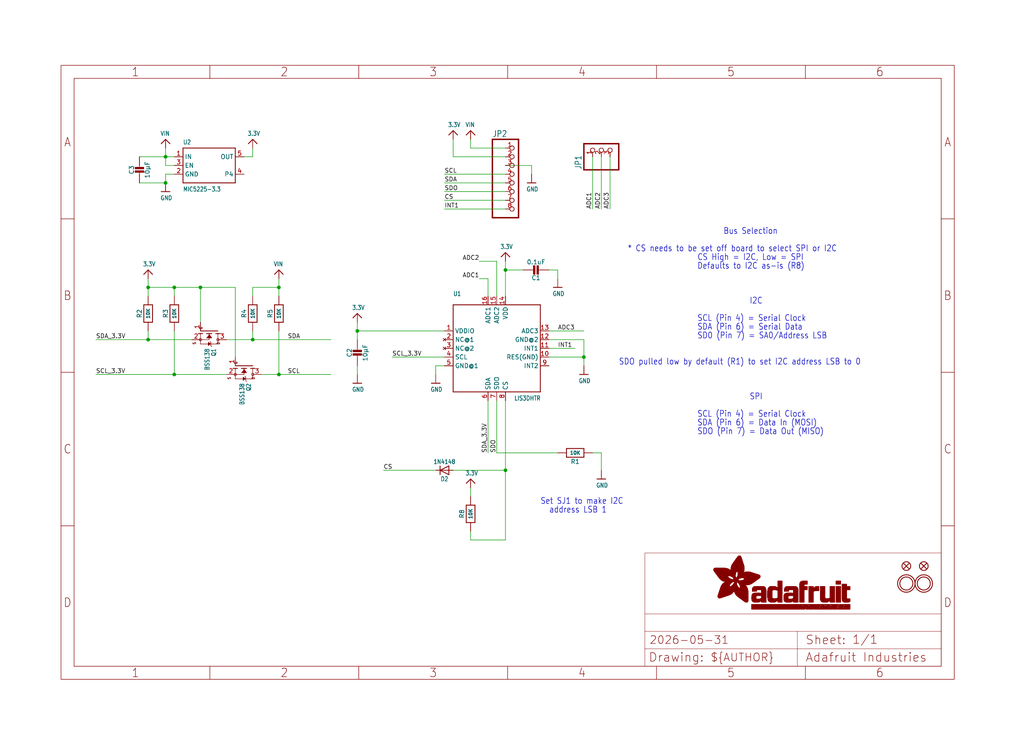
<source format=kicad_sch>
(kicad_sch (version 20230121) (generator eeschema)
  (paper "User" 298.45 217.322)
  (lib_symbols
    (symbol "working-eagle-import:3.3V" (power)
      (property "Value" "3.3V" (at -1.524 1.016 0))
      (symbol "3.3V_1_0"
        (pin power_in line (at 0 -2.54 90) (length 2.54) (name "3.3V") (number "1"))
      )
    )
    (symbol "working-eagle-import:ACCEL_LIS3DHTR"
      (property "Reference" "U" (at -12.7 15.24 0))
      (symbol "ACCEL_LIS3DHTR_1_0"
        (pin power_in line (at -15.24 5.08 0) (length 2.54) (name "VDDIO") (number "1"))
        (pin bidirectional line (at 15.24 -2.54 180) (length 2.54) (name "RES(GND)") (number "10"))
        (pin output line (at 15.24 0 180) (length 2.54) (name "INT1") (number "11"))
        (pin power_in line (at 15.24 2.54 180) (length 2.54) (name "GND@2") (number "12"))
        (pin input line (at 15.24 5.08 180) (length 2.54) (name "ADC3") (number "13"))
        (pin power_in line (at 2.54 15.24 270) (length 2.54) (name "VDD") (number "14"))
        (pin input line (at 0 15.24 270) (length 2.54) (name "ADC2") (number "15"))
        (pin input line (at -2.54 15.24 270) (length 2.54) (name "ADC1") (number "16"))
        (pin no_connect line (at -15.24 2.54 0) (length 2.54) (name "NC@1") (number "2"))
        (pin no_connect line (at -15.24 0 0) (length 2.54) (name "NC@2") (number "3"))
        (pin bidirectional line (at -15.24 -2.54 0) (length 2.54) (name "SCL") (number "4"))
        (pin power_in line (at -15.24 -5.08 0) (length 2.54) (name "GND@1") (number "5"))
        (pin bidirectional line (at -2.54 -15.24 90) (length 2.54) (name "SDA") (number "6"))
        (pin bidirectional line (at 0 -15.24 90) (length 2.54) (name "SDO") (number "7"))
        (pin input line (at 2.54 -15.24 90) (length 2.54) (name "CS") (number "8"))
        (pin output line (at 15.24 -5.08 180) (length 2.54) (name "INT2") (number "9"))
      )
    )
    (symbol "working-eagle-import:CAP_CERAMIC0805-NOOUTLINE"
      (property "Reference" "C" (at -2.29 1.25 90))
      (symbol "CAP_CERAMIC0805-NOOUTLINE_1_0"
        (pin passive line (at 0 5.08 270) (length 2.54) (name "1") (number "1"))
        (pin passive line (at 0 -2.54 90) (length 2.54) (name "2") (number "2"))
      )
    )
    (symbol "working-eagle-import:CAP_CERAMIC0805_10MGAP"
      (property "Reference" "C" (at -2.29 1.25 90))
      (symbol "CAP_CERAMIC0805_10MGAP_1_0"
        (pin passive line (at 0 5.08 270) (length 2.54) (name "1") (number "1"))
        (pin passive line (at 0 -2.54 90) (length 2.54) (name "2") (number "2"))
      )
    )
    (symbol "working-eagle-import:DIODESOD-323"
      (property "Reference" "D" (at 0 2.54 0))
      (symbol "DIODESOD-323_1_0"
        (pin passive line (at -2.54 0 0) (length 2.54) (name "A") (number "A"))
        (pin passive line (at 2.54 0 180) (length 2.54) (name "C") (number "C"))
      )
    )
    (symbol "working-eagle-import:FIDUCIAL{dblquote}{dblquote}")
    (symbol "working-eagle-import:FRAME_A4_ADAFRUIT"
      (symbol "FRAME_A4_ADAFRUIT_1_0"
        (text "${#}/${##}" (at 230.505 10.16 0) (effects (font (size 2.54 2.54)) (justify left bottom)))
        (text "${AUTHOR}" (at 189.23 5.08 0) (effects (font (size 2.286 2.286)) (justify left bottom)))
        (text "${CURRENT_DATE}" (at 171.45 10.16 0) (effects (font (size 2.286 2.286)) (justify left bottom)))
        (text "${PROJECTNAME}" (at 171.45 15.24 0) (effects (font (size 2.54 2.54)) (justify left bottom)))
        (text "1" (at 21.6958 1.905 0) (effects (font (size 2.54 2.286))))
        (text "1" (at 21.6958 177.165 0) (effects (font (size 2.54 2.286))))
        (text "2" (at 65.0875 1.905 0) (effects (font (size 2.54 2.286))))
        (text "2" (at 65.0875 177.165 0) (effects (font (size 2.54 2.286))))
        (text "3" (at 108.4792 1.905 0) (effects (font (size 2.54 2.286))))
        (text "3" (at 108.4792 177.165 0) (effects (font (size 2.54 2.286))))
        (text "4" (at 151.8708 1.905 0) (effects (font (size 2.54 2.286))))
        (text "4" (at 151.8708 177.165 0) (effects (font (size 2.54 2.286))))
        (text "5" (at 195.2625 1.905 0) (effects (font (size 2.54 2.286))))
        (text "5" (at 195.2625 177.165 0) (effects (font (size 2.54 2.286))))
        (text "6" (at 238.6542 1.905 0) (effects (font (size 2.54 2.286))))
        (text "6" (at 238.6542 177.165 0) (effects (font (size 2.54 2.286))))
        (text "A" (at 1.905 156.6863 0) (effects (font (size 2.54 2.286))))
        (text "A" (at 258.445 156.6863 0) (effects (font (size 2.54 2.286))))
        (text "Adafruit Industries" (at 216.916 4.953 0) (effects (font (size 2.54 2.54)) (justify left bottom)))
        (text "B" (at 1.905 111.9188 0) (effects (font (size 2.54 2.286))))
        (text "B" (at 258.445 111.9188 0) (effects (font (size 2.54 2.286))))
        (text "C" (at 1.905 67.1513 0) (effects (font (size 2.54 2.286))))
        (text "C" (at 258.445 67.1513 0) (effects (font (size 2.54 2.286))))
        (text "D" (at 1.905 22.3838 0) (effects (font (size 2.54 2.286))))
        (text "D" (at 258.445 22.3838 0) (effects (font (size 2.54 2.286))))
        (text "Drawing:" (at 171.196 4.953 0) (effects (font (size 2.54 2.54)) (justify left bottom)))
        (text "Sheet:" (at 216.916 10.033 0) (effects (font (size 2.54 2.54)) (justify left bottom)))
      )
    )
    (symbol "working-eagle-import:GND" (power)
      (property "Value" "GND" (at -1.524 -2.54 0))
      (symbol "GND_1_0"
        (pin power_in line (at 0 2.54 270) (length 2.54) (name "GND") (number "1"))
      )
    )
    (symbol "working-eagle-import:HEADER-1X3ROUND"
      (property "Reference" "JP" (at -6.35 5.715 0))
      (symbol "HEADER-1X3ROUND_1_0"
        (pin passive inverted (at -2.54 2.54 0) (length 2.54) (name "1") (number "1"))
        (pin passive inverted (at -2.54 0 0) (length 2.54) (name "2") (number "2"))
        (pin passive inverted (at -2.54 -2.54 0) (length 2.54) (name "3") (number "3"))
      )
    )
    (symbol "working-eagle-import:HEADER-1X870MIL"
      (property "Reference" "JP" (at -6.35 13.335 0))
      (symbol "HEADER-1X870MIL_1_0"
        (pin passive inverted (at -2.54 10.16 0) (length 2.54) (name "1") (number "1"))
        (pin passive inverted (at -2.54 7.62 0) (length 2.54) (name "2") (number "2"))
        (pin passive inverted (at -2.54 5.08 0) (length 2.54) (name "3") (number "3"))
        (pin passive inverted (at -2.54 2.54 0) (length 2.54) (name "4") (number "4"))
        (pin passive inverted (at -2.54 0 0) (length 2.54) (name "5") (number "5"))
        (pin passive inverted (at -2.54 -2.54 0) (length 2.54) (name "6") (number "6"))
        (pin passive inverted (at -2.54 -5.08 0) (length 2.54) (name "7") (number "7"))
        (pin passive inverted (at -2.54 -7.62 0) (length 2.54) (name "8") (number "8"))
      )
    )
    (symbol "working-eagle-import:MOSFET-NWIDE"
      (property "Reference" "Q" (at 5.08 0.635 0))
      (symbol "MOSFET-NWIDE_1_0"
        (text "D" (at 3.175 3.175 0) (effects (font (size 0.8128 0.6908)) (justify left bottom)))
        (text "G" (at -1.27 -1.905 0) (effects (font (size 0.8128 0.6908)) (justify left bottom)))
        (text "S" (at 3.175 -3.81 0) (effects (font (size 0.8128 0.6908)) (justify left bottom)))
        (pin bidirectional line (at -2.54 -2.54 0) (length 2.54) (name "G") (number "1"))
        (pin bidirectional line (at 2.54 -5.08 90) (length 2.54) (name "S") (number "2"))
        (pin bidirectional line (at 2.54 5.08 270) (length 2.54) (name "D") (number "3"))
      )
    )
    (symbol "working-eagle-import:MOUNTINGHOLE2.5")
    (symbol "working-eagle-import:RESISTOR0805_NOOUTLINE"
      (property "Reference" "R" (at 0 2.54 0))
      (symbol "RESISTOR0805_NOOUTLINE_1_0"
        (pin passive line (at -5.08 0 0) (length 2.54) (name "1") (number "1"))
        (pin passive line (at 5.08 0 180) (length 2.54) (name "2") (number "2"))
      )
    )
    (symbol "working-eagle-import:VIN" (power)
      (property "Value" "VIN" (at -1.524 1.016 0))
      (symbol "VIN_1_0"
        (pin power_in line (at 0 -2.54 90) (length 2.54) (name "VIN") (number "1"))
      )
    )
    (symbol "working-eagle-import:VREG_SOT23-5"
      (property "Reference" "U" (at -7.62 6.096 0))
      (symbol "VREG_SOT23-5_1_0"
        (pin power_in line (at -10.16 2.54 0) (length 2.54) (name "IN") (number "1"))
        (pin power_in line (at -10.16 -2.54 0) (length 2.54) (name "GND") (number "2"))
        (pin input line (at -10.16 0 0) (length 2.54) (name "EN") (number "3"))
        (pin bidirectional line (at 10.16 -2.54 180) (length 2.54) (name "P4") (number "4"))
        (pin power_in line (at 10.16 2.54 180) (length 2.54) (name "OUT") (number "5"))
      )
    )
  )
  (junction (at 73.66 99.06))
  (junction (at 81.28 109.22))
  (junction (at 147.32 78.74))
  (junction (at 147.32 137.16))
  (junction (at 48.26 53.34))
  (junction (at 43.18 83.82))
  (junction (at 58.42 83.82))
  (junction (at 104.14 96.52))
  (junction (at 50.8 109.22))
  (junction (at 48.26 45.72))
  (junction (at 50.8 83.82))
  (junction (at 170.18 104.14))
  (junction (at 81.28 83.82))
  (junction (at 43.18 99.06))
  (wire (pts (xy 147.32 86.36) (xy 147.32 78.74)) (stroke (width 0.1524)))
  (wire (pts (xy 147.32 55.88) (xy 129.54 55.88)) (stroke (width 0.1524)))
  (wire (pts (xy 144.78 76.2) (xy 144.78 86.36)) (stroke (width 0.1524)))
  (wire (pts (xy 132.08 137.16) (xy 147.32 137.16)) (stroke (width 0.1524)))
  (wire (pts (xy 144.78 116.84) (xy 144.78 132.08)) (stroke (width 0.1524)))
  (wire (pts (xy 58.42 93.98) (xy 58.42 83.82)) (stroke (width 0.1524)))
  (wire (pts (xy 160.02 96.52) (xy 170.18 96.52)) (stroke (width 0.1524)))
  (wire (pts (xy 142.24 81.28) (xy 139.7 81.28)) (stroke (width 0.1524)))
  (wire (pts (xy 162.56 78.74) (xy 162.56 81.28)) (stroke (width 0.1524)))
  (wire (pts (xy 147.32 50.8) (xy 129.54 50.8)) (stroke (width 0.1524)))
  (wire (pts (xy 104.14 96.52) (xy 104.14 93.98)) (stroke (width 0.1524)))
  (wire (pts (xy 147.32 137.16) (xy 147.32 116.84)) (stroke (width 0.1524)))
  (wire (pts (xy 160.02 99.06) (xy 170.18 99.06)) (stroke (width 0.1524)))
  (wire (pts (xy 81.28 83.82) (xy 81.28 81.28)) (stroke (width 0.1524)))
  (wire (pts (xy 172.72 132.08) (xy 175.26 132.08)) (stroke (width 0.1524)))
  (wire (pts (xy 139.7 76.2) (xy 144.78 76.2)) (stroke (width 0.1524)))
  (wire (pts (xy 142.24 116.84) (xy 142.24 132.08)) (stroke (width 0.1524)))
  (wire (pts (xy 129.54 106.68) (xy 127 106.68)) (stroke (width 0.1524)))
  (wire (pts (xy 50.8 48.26) (xy 48.26 48.26)) (stroke (width 0.1524)))
  (wire (pts (xy 137.16 154.94) (xy 137.16 157.48)) (stroke (width 0.1524)))
  (wire (pts (xy 177.8 45.72) (xy 177.8 60.96)) (stroke (width 0.1524)))
  (wire (pts (xy 175.26 132.08) (xy 175.26 137.16)) (stroke (width 0.1524)))
  (wire (pts (xy 147.32 48.26) (xy 154.94 48.26)) (stroke (width 0.1524)))
  (wire (pts (xy 81.28 109.22) (xy 96.52 109.22)) (stroke (width 0.1524)))
  (wire (pts (xy 71.12 45.72) (xy 73.66 45.72)) (stroke (width 0.1524)))
  (wire (pts (xy 147.32 43.18) (xy 137.16 43.18)) (stroke (width 0.1524)))
  (wire (pts (xy 73.66 99.06) (xy 73.66 96.52)) (stroke (width 0.1524)))
  (wire (pts (xy 68.58 104.14) (xy 68.58 83.82)) (stroke (width 0.1524)))
  (wire (pts (xy 43.18 99.06) (xy 27.94 99.06)) (stroke (width 0.1524)))
  (wire (pts (xy 104.14 96.52) (xy 104.14 99.06)) (stroke (width 0.1524)))
  (wire (pts (xy 175.26 60.96) (xy 175.26 45.72)) (stroke (width 0.1524)))
  (wire (pts (xy 48.26 50.8) (xy 48.26 53.34)) (stroke (width 0.1524)))
  (wire (pts (xy 137.16 157.48) (xy 147.32 157.48)) (stroke (width 0.1524)))
  (wire (pts (xy 81.28 109.22) (xy 81.28 96.52)) (stroke (width 0.1524)))
  (wire (pts (xy 43.18 83.82) (xy 43.18 81.28)) (stroke (width 0.1524)))
  (wire (pts (xy 127 106.68) (xy 127 109.22)) (stroke (width 0.1524)))
  (wire (pts (xy 160.02 104.14) (xy 170.18 104.14)) (stroke (width 0.1524)))
  (wire (pts (xy 160.02 101.6) (xy 167.64 101.6)) (stroke (width 0.1524)))
  (wire (pts (xy 48.26 45.72) (xy 40.64 45.72)) (stroke (width 0.1524)))
  (wire (pts (xy 144.78 132.08) (xy 162.56 132.08)) (stroke (width 0.1524)))
  (wire (pts (xy 147.32 45.72) (xy 132.08 45.72)) (stroke (width 0.1524)))
  (wire (pts (xy 55.88 99.06) (xy 43.18 99.06)) (stroke (width 0.1524)))
  (wire (pts (xy 40.64 53.34) (xy 48.26 53.34)) (stroke (width 0.1524)))
  (wire (pts (xy 104.14 106.68) (xy 104.14 109.22)) (stroke (width 0.1524)))
  (wire (pts (xy 137.16 144.78) (xy 137.16 142.24)) (stroke (width 0.1524)))
  (wire (pts (xy 68.58 83.82) (xy 58.42 83.82)) (stroke (width 0.1524)))
  (wire (pts (xy 127 137.16) (xy 111.76 137.16)) (stroke (width 0.1524)))
  (wire (pts (xy 129.54 104.14) (xy 114.3 104.14)) (stroke (width 0.1524)))
  (wire (pts (xy 160.02 78.74) (xy 162.56 78.74)) (stroke (width 0.1524)))
  (wire (pts (xy 76.2 109.22) (xy 81.28 109.22)) (stroke (width 0.1524)))
  (wire (pts (xy 48.26 45.72) (xy 48.26 43.18)) (stroke (width 0.1524)))
  (wire (pts (xy 43.18 86.36) (xy 43.18 83.82)) (stroke (width 0.1524)))
  (wire (pts (xy 66.04 109.22) (xy 50.8 109.22)) (stroke (width 0.1524)))
  (wire (pts (xy 73.66 99.06) (xy 96.52 99.06)) (stroke (width 0.1524)))
  (wire (pts (xy 66.04 99.06) (xy 73.66 99.06)) (stroke (width 0.1524)))
  (wire (pts (xy 142.24 86.36) (xy 142.24 81.28)) (stroke (width 0.1524)))
  (wire (pts (xy 50.8 96.52) (xy 50.8 109.22)) (stroke (width 0.1524)))
  (wire (pts (xy 50.8 83.82) (xy 43.18 83.82)) (stroke (width 0.1524)))
  (wire (pts (xy 147.32 53.34) (xy 129.54 53.34)) (stroke (width 0.1524)))
  (wire (pts (xy 147.32 60.96) (xy 129.54 60.96)) (stroke (width 0.1524)))
  (wire (pts (xy 50.8 50.8) (xy 48.26 50.8)) (stroke (width 0.1524)))
  (wire (pts (xy 43.18 99.06) (xy 43.18 96.52)) (stroke (width 0.1524)))
  (wire (pts (xy 147.32 58.42) (xy 129.54 58.42)) (stroke (width 0.1524)))
  (wire (pts (xy 170.18 99.06) (xy 170.18 104.14)) (stroke (width 0.1524)))
  (wire (pts (xy 73.66 86.36) (xy 73.66 83.82)) (stroke (width 0.1524)))
  (wire (pts (xy 50.8 45.72) (xy 48.26 45.72)) (stroke (width 0.1524)))
  (wire (pts (xy 81.28 86.36) (xy 81.28 83.82)) (stroke (width 0.1524)))
  (wire (pts (xy 152.4 78.74) (xy 147.32 78.74)) (stroke (width 0.1524)))
  (wire (pts (xy 137.16 43.18) (xy 137.16 40.64)) (stroke (width 0.1524)))
  (wire (pts (xy 58.42 83.82) (xy 50.8 83.82)) (stroke (width 0.1524)))
  (wire (pts (xy 132.08 45.72) (xy 132.08 40.64)) (stroke (width 0.1524)))
  (wire (pts (xy 129.54 96.52) (xy 104.14 96.52)) (stroke (width 0.1524)))
  (wire (pts (xy 73.66 45.72) (xy 73.66 43.18)) (stroke (width 0.1524)))
  (wire (pts (xy 172.72 45.72) (xy 172.72 60.96)) (stroke (width 0.1524)))
  (wire (pts (xy 154.94 48.26) (xy 154.94 50.8)) (stroke (width 0.1524)))
  (wire (pts (xy 50.8 109.22) (xy 27.94 109.22)) (stroke (width 0.1524)))
  (wire (pts (xy 48.26 48.26) (xy 48.26 45.72)) (stroke (width 0.1524)))
  (wire (pts (xy 147.32 157.48) (xy 147.32 137.16)) (stroke (width 0.1524)))
  (wire (pts (xy 73.66 83.82) (xy 81.28 83.82)) (stroke (width 0.1524)))
  (wire (pts (xy 147.32 78.74) (xy 147.32 76.2)) (stroke (width 0.1524)))
  (wire (pts (xy 170.18 104.14) (xy 170.18 106.68)) (stroke (width 0.1524)))
  (wire (pts (xy 50.8 86.36) (xy 50.8 83.82)) (stroke (width 0.1524)))
  (text "* CS needs to be set off board to select SPI or I2C" (at 182.88 73.66 0) (effects (font (size 1.778 1.5113)) (justify left bottom)))
  (text "I2C" (at 218.44 88.9 0) (effects (font (size 1.778 1.5113)) (justify left bottom)))
  (text "SDA (Pin 6) = Data In (MOSI)" (at 203.2 124.46 0) (effects (font (size 1.778 1.5113)) (justify left bottom)))
  (text "SCL (Pin 4) = Serial Clock" (at 203.2 121.92 0) (effects (font (size 1.778 1.5113)) (justify left bottom)))
  (text "SCL (Pin 4) = Serial Clock" (at 203.2 93.98 0) (effects (font (size 1.778 1.5113)) (justify left bottom)))
  (text "address LSB 1" (at 160.02 149.86 0) (effects (font (size 1.778 1.5113)) (justify left bottom)))
  (text "Defaults to I2C as-is (R8)" (at 203.2 78.74 0) (effects (font (size 1.778 1.5113)) (justify left bottom)))
  (text "SDO pulled low by default (R1) to set I2C address LSB to 0" (at 180.34 106.68 0) (effects (font (size 1.778 1.5113)) (justify left bottom)))
  (text "Bus Selection" (at 210.82 68.58 0) (effects (font (size 1.778 1.5113)) (justify left bottom)))
  (text "SDO (Pin 7) = Data Out (MISO)" (at 203.2 127 0) (effects (font (size 1.778 1.5113)) (justify left bottom)))
  (text "Set SJ1 to make I2C" (at 157.48 147.32 0) (effects (font (size 1.778 1.5113)) (justify left bottom)))
  (text "SD0 (Pin 7) = SA0/Address LSB" (at 203.2 99.06 0) (effects (font (size 1.778 1.5113)) (justify left bottom)))
  (text "CS High = I2C, Low = SPI" (at 203.2 76.2 0) (effects (font (size 1.778 1.5113)) (justify left bottom)))
  (text "SPI" (at 218.44 116.84 0) (effects (font (size 1.778 1.5113)) (justify left bottom)))
  (text "SDA (Pin 6) = Serial Data" (at 203.2 96.52 0) (effects (font (size 1.778 1.5113)) (justify left bottom)))
  (label "SDA_3.3V" (at 27.94 99.06 0) (effects (font (size 1.2446 1.2446))))
  (label "SCL" (at 129.54 50.8 0) (effects (font (size 1.2446 1.2446))))
  (label "ADC3" (at 162.56 96.52 0) (effects (font (size 1.2446 1.2446))))
  (label "CS" (at 129.54 58.42 0) (effects (font (size 1.2446 1.2446))))
  (label "ADC1" (at 139.7 81.28 180) (effects (font (size 1.2446 1.2446))))
  (label "SCL" (at 83.82 109.22 0) (effects (font (size 1.2446 1.2446))))
  (label "INT1" (at 129.54 60.96 0) (effects (font (size 1.2446 1.2446))))
  (label "INT1" (at 162.56 101.6 0) (effects (font (size 1.2446 1.2446))))
  (label "SCL_3.3V" (at 27.94 109.22 0) (effects (font (size 1.2446 1.2446))))
  (label "SDA" (at 129.54 53.34 0) (effects (font (size 1.2446 1.2446))))
  (label "ADC2" (at 139.7 76.2 180) (effects (font (size 1.2446 1.2446))))
  (label "SDO" (at 129.54 55.88 0) (effects (font (size 1.2446 1.2446))))
  (label "ADC1" (at 172.72 60.96 90) (effects (font (size 1.2446 1.2446))))
  (label "SDO" (at 144.78 132.08 90) (effects (font (size 1.2446 1.2446))))
  (label "SDA" (at 83.82 99.06 0) (effects (font (size 1.2446 1.2446))))
  (label "SCL_3.3V" (at 114.3 104.14 0) (effects (font (size 1.2446 1.2446))))
  (label "ADC3" (at 177.8 60.96 90) (effects (font (size 1.2446 1.2446))))
  (label "CS" (at 111.76 137.16 0) (effects (font (size 1.2446 1.2446))))
  (label "SDA_3.3V" (at 142.24 132.08 90) (effects (font (size 1.2446 1.2446))))
  (label "ADC2" (at 175.26 60.96 90) (effects (font (size 1.2446 1.2446))))
  (symbol (lib_id "working-eagle-import:HEADER-1X3ROUND") (at 175.26 43.18 90) (unit 1)
    (property "Reference" "JP1" (at 169.545 49.53 0) (effects (font (size 1.778 1.5113)) (justify left bottom)))
    (property "Value" "HEADER-1X3ROUND" (effects hide))
    (property "Footprint" "working:1X03_ROUND" (effects hide))
  )
  (symbol (lib_id "working-eagle-import:GND") (at 175.26 139.7 0) (unit 1)
    (property "Reference" "#U$8" (effects hide))
    (property "Value" "GND" (at 173.736 142.24 0) (effects (font (size 1.27 1.0795)) (justify left bottom)))
  )
  (symbol (lib_id "working-eagle-import:3.3V") (at 104.14 91.44 0) (unit 1)
    (property "Reference" "#U$6" (effects hide))
    (property "Value" "3.3V" (at 102.616 90.424 0) (effects (font (size 1.27 1.0795)) (justify left bottom)))
  )
  (symbol (lib_id "working-eagle-import:CAP_CERAMIC0805-NOOUTLINE") (at 40.64 50.8 0) (unit 1)
    (property "Reference" "C3" (at 38.35 49.55 90))
    (property "Value" "10µF" (at 42.94 49.55 90))
    (property "Footprint" "working:0805-NO" (effects hide))
  )
  (symbol (lib_id "working-eagle-import:MOSFET-NWIDE") (at 60.96 96.52 270) (unit 1)
    (property "Reference" "Q1" (at 61.595 101.6 0) (effects (font (size 1.27 1.0795)) (justify left bottom)))
    (property "Value" "BSS138" (at 59.69 101.6 0) (effects (font (size 1.27 1.0795)) (justify left bottom)))
    (property "Footprint" "working:SOT23-WIDE" (effects hide))
  )
  (symbol (lib_id "working-eagle-import:3.3V") (at 73.66 40.64 0) (unit 1)
    (property "Reference" "#U$19" (effects hide))
    (property "Value" "3.3V" (at 72.136 39.624 0) (effects (font (size 1.27 1.0795)) (justify left bottom)))
  )
  (symbol (lib_id "working-eagle-import:CAP_CERAMIC0805-NOOUTLINE") (at 104.14 104.14 0) (unit 1)
    (property "Reference" "C2" (at 101.85 102.89 90))
    (property "Value" "10µF" (at 106.44 102.89 90))
    (property "Footprint" "working:0805-NO" (effects hide))
  )
  (symbol (lib_id "working-eagle-import:VIN") (at 81.28 78.74 0) (unit 1)
    (property "Reference" "#U$12" (effects hide))
    (property "Value" "VIN" (at 79.756 77.724 0) (effects (font (size 1.27 1.0795)) (justify left bottom)))
  )
  (symbol (lib_id "working-eagle-import:RESISTOR0805_NOOUTLINE") (at 43.18 91.44 90) (unit 1)
    (property "Reference" "R2" (at 40.64 91.44 0))
    (property "Value" "10K" (at 43.18 91.44 0) (effects (font (size 1.016 1.016) bold)))
    (property "Footprint" "working:0805-NO" (effects hide))
  )
  (symbol (lib_id "working-eagle-import:VIN") (at 48.26 40.64 0) (unit 1)
    (property "Reference" "#U$17" (effects hide))
    (property "Value" "VIN" (at 46.736 39.624 0) (effects (font (size 1.27 1.0795)) (justify left bottom)))
  )
  (symbol (lib_id "working-eagle-import:RESISTOR0805_NOOUTLINE") (at 50.8 91.44 90) (unit 1)
    (property "Reference" "R3" (at 48.26 91.44 0))
    (property "Value" "10K" (at 50.8 91.44 0) (effects (font (size 1.016 1.016) bold)))
    (property "Footprint" "working:0805-NO" (effects hide))
  )
  (symbol (lib_id "working-eagle-import:GND") (at 127 111.76 0) (unit 1)
    (property "Reference" "#U$2" (effects hide))
    (property "Value" "GND" (at 125.476 114.3 0) (effects (font (size 1.27 1.0795)) (justify left bottom)))
  )
  (symbol (lib_id "working-eagle-import:GND") (at 162.56 83.82 0) (unit 1)
    (property "Reference" "#U$5" (effects hide))
    (property "Value" "GND" (at 161.036 86.36 0) (effects (font (size 1.27 1.0795)) (justify left bottom)))
  )
  (symbol (lib_id "working-eagle-import:3.3V") (at 137.16 139.7 0) (unit 1)
    (property "Reference" "#U$16" (effects hide))
    (property "Value" "3.3V" (at 135.636 138.684 0) (effects (font (size 1.27 1.0795)) (justify left bottom)))
  )
  (symbol (lib_id "working-eagle-import:GND") (at 154.94 53.34 0) (unit 1)
    (property "Reference" "#U$15" (effects hide))
    (property "Value" "GND" (at 153.416 55.88 0) (effects (font (size 1.27 1.0795)) (justify left bottom)))
  )
  (symbol (lib_id "working-eagle-import:MOSFET-NWIDE") (at 71.12 106.68 270) (unit 1)
    (property "Reference" "Q2" (at 71.755 111.76 0) (effects (font (size 1.27 1.0795)) (justify left bottom)))
    (property "Value" "BSS138" (at 69.85 111.76 0) (effects (font (size 1.27 1.0795)) (justify left bottom)))
    (property "Footprint" "working:SOT23-WIDE" (effects hide))
  )
  (symbol (lib_id "working-eagle-import:RESISTOR0805_NOOUTLINE") (at 81.28 91.44 90) (unit 1)
    (property "Reference" "R5" (at 78.74 91.44 0))
    (property "Value" "10K" (at 81.28 91.44 0) (effects (font (size 1.016 1.016) bold)))
    (property "Footprint" "working:0805-NO" (effects hide))
  )
  (symbol (lib_id "working-eagle-import:MOUNTINGHOLE2.5") (at 269.24 170.18 0) (unit 1)
    (property "Reference" "U$10" (effects hide))
    (property "Value" "MOUNTINGHOLE2.5" (effects hide))
    (property "Footprint" "working:MOUNTINGHOLE_2.5_PLATED" (effects hide))
  )
  (symbol (lib_id "working-eagle-import:GND") (at 170.18 109.22 0) (unit 1)
    (property "Reference" "#U$3" (effects hide))
    (property "Value" "GND" (at 168.656 111.76 0) (effects (font (size 1.27 1.0795)) (justify left bottom)))
  )
  (symbol (lib_id "working-eagle-import:FIDUCIAL{dblquote}{dblquote}") (at 269.24 165.1 0) (unit 1)
    (property "Reference" "FID1" (effects hide))
    (property "Value" "FIDUCIAL{dblquote}{dblquote}" (effects hide))
    (property "Footprint" "working:FIDUCIAL_1MM" (effects hide))
  )
  (symbol (lib_id "working-eagle-import:GND") (at 48.26 55.88 0) (unit 1)
    (property "Reference" "#U$18" (effects hide))
    (property "Value" "GND" (at 46.736 58.42 0) (effects (font (size 1.27 1.0795)) (justify left bottom)))
  )
  (symbol (lib_id "working-eagle-import:RESISTOR0805_NOOUTLINE") (at 167.64 132.08 180) (unit 1)
    (property "Reference" "R1" (at 167.64 134.62 0))
    (property "Value" "10K" (at 167.64 132.08 0) (effects (font (size 1.016 1.016) bold)))
    (property "Footprint" "working:0805-NO" (effects hide))
  )
  (symbol (lib_id "working-eagle-import:FRAME_A4_ADAFRUIT") (at 17.78 198.12 0) (unit 1)
    (property "Reference" "#U$1" (effects hide))
    (property "Value" "FRAME_A4_ADAFRUIT" (effects hide))
  )
  (symbol (lib_id "working-eagle-import:HEADER-1X870MIL") (at 149.86 53.34 0) (unit 1)
    (property "Reference" "JP2" (at 143.51 40.005 0) (effects (font (size 1.778 1.5113)) (justify left bottom)))
    (property "Value" "HEADER-1X870MIL" (effects hide))
    (property "Footprint" "working:1X08_ROUND_70" (effects hide))
  )
  (symbol (lib_id "working-eagle-import:ACCEL_LIS3DHTR") (at 144.78 101.6 0) (unit 1)
    (property "Reference" "U1" (at 132.08 86.36 0) (effects (font (size 1.27 1.0795)) (justify left bottom)))
    (property "Value" "LIS3DHTR" (at 149.86 116.84 0) (effects (font (size 1.27 1.0795)) (justify left bottom)))
    (property "Footprint" "working:LGA16_3X3MM" (effects hide))
  )
  (symbol (lib_id "working-eagle-import:DIODESOD-323") (at 129.54 137.16 180) (unit 1)
    (property "Reference" "D2" (at 129.54 139.7 0) (effects (font (size 1.27 1.0795))))
    (property "Value" "1N4148" (at 129.54 134.66 0) (effects (font (size 1.27 1.0795))))
    (property "Footprint" "working:SOD-323" (effects hide))
  )
  (symbol (lib_id "working-eagle-import:VIN") (at 137.16 38.1 0) (unit 1)
    (property "Reference" "#U$20" (effects hide))
    (property "Value" "VIN" (at 135.636 37.084 0) (effects (font (size 1.27 1.0795)) (justify left bottom)))
  )
  (symbol (lib_id "working-eagle-import:GND") (at 104.14 111.76 0) (unit 1)
    (property "Reference" "#U$7" (effects hide))
    (property "Value" "GND" (at 102.616 114.3 0) (effects (font (size 1.27 1.0795)) (justify left bottom)))
  )
  (symbol (lib_id "working-eagle-import:3.3V") (at 43.18 78.74 0) (unit 1)
    (property "Reference" "#U$11" (effects hide))
    (property "Value" "3.3V" (at 41.656 77.724 0) (effects (font (size 1.27 1.0795)) (justify left bottom)))
  )
  (symbol (lib_id "working-eagle-import:RESISTOR0805_NOOUTLINE") (at 137.16 149.86 90) (unit 1)
    (property "Reference" "R8" (at 134.62 149.86 0))
    (property "Value" "10K" (at 137.16 149.86 0) (effects (font (size 1.016 1.016) bold)))
    (property "Footprint" "working:0805-NO" (effects hide))
  )
  (symbol (lib_id "working-eagle-import:FIDUCIAL{dblquote}{dblquote}") (at 264.16 165.1 0) (unit 1)
    (property "Reference" "FID2" (effects hide))
    (property "Value" "FIDUCIAL{dblquote}{dblquote}" (effects hide))
    (property "Footprint" "working:FIDUCIAL_1MM" (effects hide))
  )
  (symbol (lib_id "working-eagle-import:CAP_CERAMIC0805_10MGAP") (at 157.48 78.74 90) (unit 1)
    (property "Reference" "C1" (at 156.23 81.03 90))
    (property "Value" "0.1uF" (at 156.23 76.44 90))
    (property "Footprint" "working:0805_10MGAP" (effects hide))
  )
  (symbol (lib_id "working-eagle-import:3.3V") (at 132.08 38.1 0) (unit 1)
    (property "Reference" "#U$14" (effects hide))
    (property "Value" "3.3V" (at 130.556 37.084 0) (effects (font (size 1.27 1.0795)) (justify left bottom)))
  )
  (symbol (lib_id "working-eagle-import:RESISTOR0805_NOOUTLINE") (at 73.66 91.44 90) (unit 1)
    (property "Reference" "R4" (at 71.12 91.44 0))
    (property "Value" "10K" (at 73.66 91.44 0) (effects (font (size 1.016 1.016) bold)))
    (property "Footprint" "working:0805-NO" (effects hide))
  )
  (symbol (lib_id "working-eagle-import:MOUNTINGHOLE2.5") (at 264.16 170.18 0) (unit 1)
    (property "Reference" "U$13" (effects hide))
    (property "Value" "MOUNTINGHOLE2.5" (effects hide))
    (property "Footprint" "working:MOUNTINGHOLE_2.5_PLATED" (effects hide))
  )
  (symbol (lib_id "working-eagle-import:3.3V") (at 147.32 73.66 0) (unit 1)
    (property "Reference" "#U$4" (effects hide))
    (property "Value" "3.3V" (at 145.796 72.644 0) (effects (font (size 1.27 1.0795)) (justify left bottom)))
  )
  (symbol (lib_id "working-eagle-import:VREG_SOT23-5") (at 60.96 48.26 0) (unit 1)
    (property "Reference" "U2" (at 53.34 42.164 0) (effects (font (size 1.27 1.0795)) (justify left bottom)))
    (property "Value" "MIC5225-3.3" (at 53.34 55.88 0) (effects (font (size 1.27 1.0795)) (justify left bottom)))
    (property "Footprint" "working:SOT23-5" (effects hide))
  )
)
</source>
